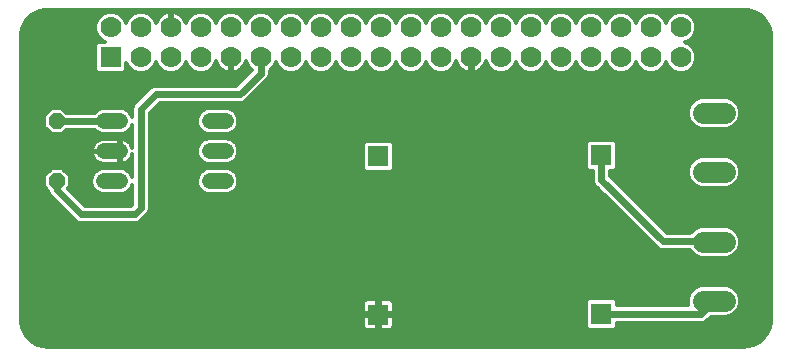
<source format=gbl>
G75*
%MOIN*%
%OFA0B0*%
%FSLAX24Y24*%
%IPPOS*%
%LPD*%
%AMOC8*
5,1,8,0,0,1.08239X$1,22.5*
%
%ADD10R,0.0700X0.0700*%
%ADD11C,0.0700*%
%ADD12C,0.0520*%
%ADD13OC8,0.0520*%
%ADD14C,0.0705*%
%ADD15R,0.0709X0.0709*%
%ADD16C,0.0240*%
%ADD17C,0.0120*%
D10*
X003795Y010433D03*
D11*
X004795Y010433D03*
X005795Y010433D03*
X006795Y010433D03*
X007795Y010433D03*
X008795Y010433D03*
X009795Y010433D03*
X010795Y010433D03*
X011795Y010433D03*
X012795Y010433D03*
X013795Y010433D03*
X014795Y010433D03*
X015795Y010433D03*
X016795Y010433D03*
X017795Y010433D03*
X018795Y010433D03*
X019795Y010433D03*
X020795Y010433D03*
X021795Y010433D03*
X022795Y010433D03*
X022795Y011433D03*
X021795Y011433D03*
X020795Y011433D03*
X019795Y011433D03*
X018795Y011433D03*
X017795Y011433D03*
X016795Y011433D03*
X015795Y011433D03*
X014795Y011433D03*
X013795Y011433D03*
X012795Y011433D03*
X011795Y011433D03*
X010795Y011433D03*
X009795Y011433D03*
X008795Y011433D03*
X007795Y011433D03*
X006795Y011433D03*
X005795Y011433D03*
X004795Y011433D03*
X003795Y011433D03*
D12*
X003580Y008300D02*
X004100Y008300D01*
X004100Y007300D02*
X003580Y007300D01*
X003580Y006300D02*
X004100Y006300D01*
X007100Y006300D02*
X007620Y006300D01*
X007620Y007300D02*
X007100Y007300D01*
X007100Y008300D02*
X007620Y008300D01*
D13*
X002000Y008300D03*
X002000Y006300D03*
D14*
X023548Y006616D02*
X024253Y006616D01*
X024253Y008584D02*
X023548Y008584D01*
X023548Y004284D02*
X024253Y004284D01*
X024253Y002316D02*
X023548Y002316D01*
D15*
X020151Y001875D03*
X012710Y001859D03*
X012718Y007135D03*
X020143Y007166D03*
D16*
X020143Y006357D01*
X022200Y004300D01*
X023884Y004300D01*
X023900Y004284D01*
X023900Y002316D02*
X023459Y001875D01*
X020151Y001875D01*
X012710Y001859D02*
X012698Y005798D01*
X015800Y008900D01*
X015800Y010428D01*
X008795Y010433D02*
X008795Y009895D01*
X008100Y009200D01*
X005300Y009200D01*
X004800Y008700D01*
X004800Y005400D01*
X004600Y005200D01*
X002800Y005200D01*
X002000Y006000D01*
X002000Y006300D01*
X002000Y008300D02*
X004100Y008300D01*
D17*
X001139Y000974D02*
X001340Y000858D01*
X001565Y000798D01*
X001681Y000790D01*
X024909Y000790D01*
X025026Y000798D01*
X025250Y000858D01*
X025452Y000974D01*
X025616Y001139D01*
X025733Y001340D01*
X025793Y001565D01*
X025801Y001681D01*
X025801Y011130D01*
X025793Y011246D01*
X025733Y011471D01*
X025616Y011672D01*
X025452Y011837D01*
X025250Y011953D01*
X025026Y012013D01*
X024909Y012021D01*
X001681Y012021D01*
X001565Y012013D01*
X001340Y011953D01*
X001139Y011837D01*
X000974Y011672D01*
X000858Y011471D01*
X000798Y011246D01*
X000798Y011246D01*
X000790Y011130D01*
X000790Y001681D01*
X000798Y001565D01*
X000858Y001340D01*
X000974Y001139D01*
X001139Y000974D01*
X025452Y000974D01*
X025570Y001093D02*
X001020Y001093D01*
X000932Y001211D02*
X025658Y001211D01*
X025727Y001330D02*
X000864Y001330D01*
X000829Y001448D02*
X012205Y001448D01*
X012207Y001443D02*
X012228Y001406D01*
X012258Y001377D01*
X012294Y001356D01*
X012335Y001345D01*
X012652Y001345D01*
X012652Y001801D01*
X012196Y001801D01*
X012196Y001484D01*
X012207Y001443D01*
X012196Y001567D02*
X000798Y001567D01*
X000790Y001685D02*
X012196Y001685D01*
X012196Y001917D02*
X012652Y001917D01*
X012652Y001801D01*
X012768Y001801D01*
X012768Y001345D01*
X013086Y001345D01*
X013126Y001356D01*
X013163Y001377D01*
X013193Y001406D01*
X013214Y001443D01*
X013225Y001484D01*
X013225Y001801D01*
X012768Y001801D01*
X012768Y001917D01*
X012652Y001917D01*
X012652Y002373D01*
X012335Y002373D01*
X012294Y002362D01*
X012258Y002341D01*
X012228Y002312D01*
X012207Y002275D01*
X012196Y002234D01*
X012196Y001917D01*
X012196Y001922D02*
X000790Y001922D01*
X000790Y001804D02*
X012652Y001804D01*
X012768Y001804D02*
X019627Y001804D01*
X019627Y001922D02*
X013225Y001922D01*
X013225Y001917D02*
X013225Y002234D01*
X013214Y002275D01*
X013193Y002312D01*
X013163Y002341D01*
X013126Y002362D01*
X013086Y002373D01*
X012768Y002373D01*
X012768Y001917D01*
X013225Y001917D01*
X013225Y002041D02*
X019627Y002041D01*
X019627Y002159D02*
X013225Y002159D01*
X013212Y002278D02*
X019627Y002278D01*
X019627Y002300D02*
X019627Y001450D01*
X019726Y001350D01*
X020576Y001350D01*
X020676Y001450D01*
X020676Y001585D01*
X023517Y001585D01*
X023623Y001629D01*
X023788Y001793D01*
X024356Y001793D01*
X024548Y001873D01*
X024695Y002020D01*
X024775Y002212D01*
X024775Y002420D01*
X024695Y002612D01*
X024548Y002759D01*
X024356Y002838D01*
X023444Y002838D01*
X023252Y002759D01*
X023105Y002612D01*
X023025Y002420D01*
X023025Y002212D01*
X023044Y002165D01*
X020676Y002165D01*
X020676Y002300D01*
X020576Y002399D01*
X019726Y002399D01*
X019627Y002300D01*
X019723Y002396D02*
X000790Y002396D01*
X000790Y002278D02*
X012208Y002278D01*
X012196Y002159D02*
X000790Y002159D01*
X000790Y002041D02*
X012196Y002041D01*
X012652Y002041D02*
X012768Y002041D01*
X012768Y002159D02*
X012652Y002159D01*
X012652Y002278D02*
X012768Y002278D01*
X012768Y001922D02*
X012652Y001922D01*
X012652Y001685D02*
X012768Y001685D01*
X012768Y001567D02*
X012652Y001567D01*
X012652Y001448D02*
X012768Y001448D01*
X013215Y001448D02*
X019629Y001448D01*
X019627Y001567D02*
X013225Y001567D01*
X013225Y001685D02*
X019627Y001685D01*
X020676Y001567D02*
X025793Y001567D01*
X025801Y001685D02*
X023679Y001685D01*
X024381Y001804D02*
X025801Y001804D01*
X025801Y001922D02*
X024598Y001922D01*
X024704Y002041D02*
X025801Y002041D01*
X025801Y002159D02*
X024753Y002159D01*
X024775Y002278D02*
X025801Y002278D01*
X025801Y002396D02*
X024775Y002396D01*
X024736Y002515D02*
X025801Y002515D01*
X025801Y002633D02*
X024674Y002633D01*
X024556Y002752D02*
X025801Y002752D01*
X025801Y002870D02*
X000790Y002870D01*
X000790Y002752D02*
X023244Y002752D01*
X023126Y002633D02*
X000790Y002633D01*
X000790Y002515D02*
X023064Y002515D01*
X023025Y002396D02*
X020579Y002396D01*
X020676Y002278D02*
X023025Y002278D01*
X020673Y001448D02*
X025762Y001448D01*
X025242Y000856D02*
X001349Y000856D01*
X000790Y002989D02*
X025801Y002989D01*
X025801Y003107D02*
X000790Y003107D01*
X000790Y003226D02*
X025801Y003226D01*
X025801Y003344D02*
X000790Y003344D01*
X000790Y003463D02*
X025801Y003463D01*
X025801Y003581D02*
X000790Y003581D01*
X000790Y003700D02*
X025801Y003700D01*
X025801Y003818D02*
X024492Y003818D01*
X024548Y003841D02*
X024695Y003988D01*
X024775Y004180D01*
X024775Y004388D01*
X024695Y004580D01*
X024548Y004727D01*
X024356Y004807D01*
X023444Y004807D01*
X023252Y004727D01*
X023114Y004590D01*
X022320Y004590D01*
X020433Y006477D01*
X020433Y006642D01*
X020568Y006642D01*
X020668Y006741D01*
X020668Y007591D01*
X020568Y007690D01*
X019719Y007690D01*
X019619Y007591D01*
X019619Y006741D01*
X019719Y006642D01*
X019853Y006642D01*
X019853Y006299D01*
X019897Y006192D01*
X021954Y004136D01*
X022036Y004054D01*
X022142Y004010D01*
X023096Y004010D01*
X023105Y003988D01*
X023252Y003841D01*
X023444Y003762D01*
X024356Y003762D01*
X024548Y003841D01*
X024644Y003937D02*
X025801Y003937D01*
X025801Y004055D02*
X024723Y004055D01*
X024772Y004174D02*
X025801Y004174D01*
X025801Y004292D02*
X024775Y004292D01*
X024766Y004411D02*
X025801Y004411D01*
X025801Y004529D02*
X024717Y004529D01*
X024628Y004648D02*
X025801Y004648D01*
X025801Y004766D02*
X024455Y004766D01*
X023345Y004766D02*
X022144Y004766D01*
X022026Y004885D02*
X025801Y004885D01*
X025801Y005003D02*
X021907Y005003D01*
X021789Y005122D02*
X025801Y005122D01*
X025801Y005240D02*
X021670Y005240D01*
X021552Y005359D02*
X025801Y005359D01*
X025801Y005477D02*
X021433Y005477D01*
X021315Y005596D02*
X025801Y005596D01*
X025801Y005714D02*
X021196Y005714D01*
X021078Y005833D02*
X025801Y005833D01*
X025801Y005951D02*
X020959Y005951D01*
X020841Y006070D02*
X025801Y006070D01*
X025801Y006188D02*
X024564Y006188D01*
X024548Y006173D02*
X024695Y006320D01*
X024775Y006512D01*
X024775Y006720D01*
X024695Y006912D01*
X024548Y007059D01*
X024356Y007138D01*
X023444Y007138D01*
X023252Y007059D01*
X023105Y006912D01*
X023025Y006720D01*
X023025Y006512D01*
X023105Y006320D01*
X023252Y006173D01*
X023444Y006093D01*
X024356Y006093D01*
X024548Y006173D01*
X024682Y006307D02*
X025801Y006307D01*
X025801Y006425D02*
X024739Y006425D01*
X024775Y006544D02*
X025801Y006544D01*
X025801Y006662D02*
X024775Y006662D01*
X024750Y006781D02*
X025801Y006781D01*
X025801Y006899D02*
X024701Y006899D01*
X024590Y007018D02*
X025801Y007018D01*
X025801Y007136D02*
X024362Y007136D01*
X023438Y007136D02*
X020668Y007136D01*
X020668Y007018D02*
X023210Y007018D01*
X023099Y006899D02*
X020668Y006899D01*
X020668Y006781D02*
X023050Y006781D01*
X023025Y006662D02*
X020588Y006662D01*
X020433Y006544D02*
X023025Y006544D01*
X023061Y006425D02*
X020485Y006425D01*
X020604Y006307D02*
X023118Y006307D01*
X023236Y006188D02*
X020722Y006188D01*
X020139Y005951D02*
X007879Y005951D01*
X007864Y005935D02*
X007985Y006056D01*
X008050Y006214D01*
X008050Y006386D01*
X007985Y006544D01*
X007864Y006665D01*
X007706Y006730D01*
X007014Y006730D01*
X006856Y006665D01*
X006735Y006544D01*
X006670Y006386D01*
X006670Y006214D01*
X006735Y006056D01*
X006856Y005935D01*
X007014Y005870D01*
X007706Y005870D01*
X007864Y005935D01*
X007990Y006070D02*
X020020Y006070D01*
X019902Y006188D02*
X008039Y006188D01*
X008050Y006307D02*
X019853Y006307D01*
X019853Y006425D02*
X008034Y006425D01*
X007985Y006544D02*
X019853Y006544D01*
X019698Y006662D02*
X013195Y006662D01*
X013242Y006710D02*
X013143Y006610D01*
X012293Y006610D01*
X012194Y006710D01*
X012194Y007559D01*
X012293Y007659D01*
X013143Y007659D01*
X013242Y007559D01*
X013242Y006710D01*
X013242Y006781D02*
X019619Y006781D01*
X019619Y006899D02*
X013242Y006899D01*
X013242Y007018D02*
X019619Y007018D01*
X019619Y007136D02*
X013242Y007136D01*
X013242Y007255D02*
X019619Y007255D01*
X019619Y007373D02*
X013242Y007373D01*
X013242Y007492D02*
X019619Y007492D01*
X019638Y007610D02*
X013192Y007610D01*
X012244Y007610D02*
X007918Y007610D01*
X007864Y007665D02*
X007706Y007730D01*
X007014Y007730D01*
X006856Y007665D01*
X006735Y007544D01*
X006670Y007386D01*
X006670Y007214D01*
X006735Y007056D01*
X006856Y006935D01*
X007014Y006870D01*
X007706Y006870D01*
X007864Y006935D01*
X007985Y007056D01*
X008050Y007214D01*
X008050Y007386D01*
X007985Y007544D01*
X007864Y007665D01*
X007709Y007729D02*
X025801Y007729D01*
X025801Y007847D02*
X005090Y007847D01*
X005090Y007729D02*
X007011Y007729D01*
X007014Y007870D02*
X007706Y007870D01*
X007864Y007935D01*
X007985Y008056D01*
X008050Y008214D01*
X008050Y008386D01*
X007985Y008544D01*
X007864Y008665D01*
X007706Y008730D01*
X007014Y008730D01*
X006856Y008665D01*
X006735Y008544D01*
X006670Y008386D01*
X006670Y008214D01*
X006735Y008056D01*
X006856Y007935D01*
X007014Y007870D01*
X006826Y007966D02*
X005090Y007966D01*
X005090Y008084D02*
X006724Y008084D01*
X006675Y008203D02*
X005090Y008203D01*
X005090Y008321D02*
X006670Y008321D01*
X006692Y008440D02*
X005090Y008440D01*
X005090Y008558D02*
X006750Y008558D01*
X006885Y008677D02*
X005187Y008677D01*
X005090Y008580D02*
X005420Y008910D01*
X008158Y008910D01*
X008264Y008954D01*
X008346Y009036D01*
X009041Y009731D01*
X009085Y009838D01*
X009085Y009990D01*
X009090Y009992D01*
X009236Y010139D01*
X009295Y010281D01*
X009354Y010139D01*
X009501Y009992D01*
X009692Y009913D01*
X009899Y009913D01*
X010090Y009992D01*
X010236Y010139D01*
X010295Y010281D01*
X010354Y010139D01*
X010501Y009992D01*
X010692Y009913D01*
X010899Y009913D01*
X011090Y009992D01*
X011236Y010139D01*
X011295Y010281D01*
X011354Y010139D01*
X011501Y009992D01*
X011692Y009913D01*
X011899Y009913D01*
X012090Y009992D01*
X012236Y010139D01*
X012295Y010281D01*
X012354Y010139D01*
X012501Y009992D01*
X012692Y009913D01*
X012899Y009913D01*
X013090Y009992D01*
X013236Y010139D01*
X013295Y010281D01*
X013354Y010139D01*
X013501Y009992D01*
X013692Y009913D01*
X013899Y009913D01*
X014090Y009992D01*
X014236Y010139D01*
X014295Y010281D01*
X014354Y010139D01*
X014501Y009992D01*
X014692Y009913D01*
X014899Y009913D01*
X015090Y009992D01*
X015236Y010139D01*
X015303Y010299D01*
X015323Y010237D01*
X015359Y010166D01*
X015406Y010101D01*
X015463Y010044D01*
X015528Y009997D01*
X015600Y009960D01*
X015676Y009936D01*
X015755Y009923D01*
X015757Y009923D01*
X015757Y010395D01*
X015834Y010395D01*
X015834Y009923D01*
X015835Y009923D01*
X015915Y009936D01*
X015991Y009960D01*
X016063Y009997D01*
X016128Y010044D01*
X016184Y010101D01*
X016231Y010166D01*
X016268Y010237D01*
X016288Y010299D01*
X016354Y010139D01*
X016501Y009992D01*
X016692Y009913D01*
X016899Y009913D01*
X017090Y009992D01*
X017236Y010139D01*
X017295Y010281D01*
X017354Y010139D01*
X017501Y009992D01*
X017692Y009913D01*
X017899Y009913D01*
X018090Y009992D01*
X018236Y010139D01*
X018295Y010281D01*
X018354Y010139D01*
X018501Y009992D01*
X018692Y009913D01*
X018899Y009913D01*
X019090Y009992D01*
X019236Y010139D01*
X019295Y010281D01*
X019354Y010139D01*
X019501Y009992D01*
X019692Y009913D01*
X019899Y009913D01*
X020090Y009992D01*
X020236Y010139D01*
X020295Y010281D01*
X020354Y010139D01*
X020501Y009992D01*
X020692Y009913D01*
X020899Y009913D01*
X021090Y009992D01*
X021236Y010139D01*
X021295Y010281D01*
X021354Y010139D01*
X021501Y009992D01*
X021692Y009913D01*
X021899Y009913D01*
X022090Y009992D01*
X022236Y010139D01*
X022295Y010281D01*
X022354Y010139D01*
X022501Y009992D01*
X022692Y009913D01*
X022899Y009913D01*
X023090Y009992D01*
X023236Y010139D01*
X023315Y010330D01*
X023315Y010537D01*
X023236Y010728D01*
X023090Y010874D01*
X022947Y010933D01*
X023090Y010992D01*
X023236Y011139D01*
X023315Y011330D01*
X023315Y011537D01*
X023236Y011728D01*
X023090Y011874D01*
X022899Y011953D01*
X022692Y011953D01*
X022501Y011874D01*
X022354Y011728D01*
X022295Y011585D01*
X022236Y011728D01*
X022090Y011874D01*
X021899Y011953D01*
X021692Y011953D01*
X021501Y011874D01*
X021354Y011728D01*
X021295Y011585D01*
X021236Y011728D01*
X021090Y011874D01*
X020899Y011953D01*
X020692Y011953D01*
X020501Y011874D01*
X020354Y011728D01*
X020295Y011585D01*
X020236Y011728D01*
X020090Y011874D01*
X019899Y011953D01*
X019692Y011953D01*
X019501Y011874D01*
X019354Y011728D01*
X019295Y011585D01*
X019236Y011728D01*
X019090Y011874D01*
X018899Y011953D01*
X018692Y011953D01*
X018501Y011874D01*
X018354Y011728D01*
X018295Y011585D01*
X018236Y011728D01*
X018090Y011874D01*
X017899Y011953D01*
X017692Y011953D01*
X017501Y011874D01*
X017354Y011728D01*
X017295Y011585D01*
X017236Y011728D01*
X017090Y011874D01*
X016899Y011953D01*
X016692Y011953D01*
X016501Y011874D01*
X016354Y011728D01*
X016295Y011585D01*
X016236Y011728D01*
X016090Y011874D01*
X015899Y011953D01*
X015692Y011953D01*
X015501Y011874D01*
X015354Y011728D01*
X015295Y011585D01*
X015236Y011728D01*
X015090Y011874D01*
X014899Y011953D01*
X014692Y011953D01*
X014501Y011874D01*
X014354Y011728D01*
X014295Y011585D01*
X014236Y011728D01*
X014090Y011874D01*
X013899Y011953D01*
X013692Y011953D01*
X013501Y011874D01*
X013354Y011728D01*
X013295Y011585D01*
X013236Y011728D01*
X013090Y011874D01*
X012899Y011953D01*
X012692Y011953D01*
X012501Y011874D01*
X012354Y011728D01*
X012295Y011585D01*
X012236Y011728D01*
X012090Y011874D01*
X011899Y011953D01*
X011692Y011953D01*
X011501Y011874D01*
X011354Y011728D01*
X011295Y011585D01*
X011236Y011728D01*
X011090Y011874D01*
X010899Y011953D01*
X010692Y011953D01*
X010501Y011874D01*
X010354Y011728D01*
X010295Y011585D01*
X010236Y011728D01*
X010090Y011874D01*
X009899Y011953D01*
X009692Y011953D01*
X009501Y011874D01*
X009354Y011728D01*
X009295Y011585D01*
X009236Y011728D01*
X009090Y011874D01*
X008899Y011953D01*
X008692Y011953D01*
X008501Y011874D01*
X008354Y011728D01*
X008295Y011585D01*
X008236Y011728D01*
X008090Y011874D01*
X007899Y011953D01*
X007692Y011953D01*
X007501Y011874D01*
X007354Y011728D01*
X007295Y011585D01*
X007236Y011728D01*
X007090Y011874D01*
X006899Y011953D01*
X006692Y011953D01*
X006501Y011874D01*
X006354Y011728D01*
X006288Y011567D01*
X006268Y011629D01*
X006231Y011700D01*
X006184Y011765D01*
X006128Y011822D01*
X006063Y011869D01*
X005991Y011906D01*
X005915Y011931D01*
X005835Y011943D01*
X005834Y011943D01*
X005834Y011472D01*
X005757Y011472D01*
X005757Y011943D01*
X005755Y011943D01*
X005676Y011931D01*
X005600Y011906D01*
X005528Y011869D01*
X005463Y011822D01*
X005406Y011765D01*
X005359Y011700D01*
X005323Y011629D01*
X005303Y011567D01*
X005236Y011728D01*
X005090Y011874D01*
X004899Y011953D01*
X004692Y011953D01*
X004501Y011874D01*
X004354Y011728D01*
X004295Y011585D01*
X004236Y011728D01*
X004090Y011874D01*
X003899Y011953D01*
X003692Y011953D01*
X003501Y011874D01*
X003354Y011728D01*
X003275Y011537D01*
X003275Y011330D01*
X003354Y011139D01*
X003501Y010992D01*
X003595Y010953D01*
X003375Y010953D01*
X003275Y010853D01*
X003275Y010013D01*
X003375Y009913D01*
X004216Y009913D01*
X004315Y010013D01*
X004315Y010233D01*
X004354Y010139D01*
X004501Y009992D01*
X004692Y009913D01*
X004899Y009913D01*
X005090Y009992D01*
X005236Y010139D01*
X005295Y010281D01*
X005354Y010139D01*
X005501Y009992D01*
X005692Y009913D01*
X005899Y009913D01*
X006090Y009992D01*
X006236Y010139D01*
X006295Y010281D01*
X006354Y010139D01*
X006501Y009992D01*
X006692Y009913D01*
X006899Y009913D01*
X007090Y009992D01*
X007236Y010139D01*
X007303Y010299D01*
X007323Y010237D01*
X007359Y010166D01*
X007406Y010101D01*
X007463Y010044D01*
X007528Y009997D01*
X007600Y009960D01*
X007676Y009936D01*
X007755Y009923D01*
X007757Y009923D01*
X007757Y010395D01*
X007834Y010395D01*
X007834Y009923D01*
X007835Y009923D01*
X007915Y009936D01*
X007991Y009960D01*
X008063Y009997D01*
X008128Y010044D01*
X008184Y010101D01*
X008231Y010166D01*
X008268Y010237D01*
X008288Y010299D01*
X008354Y010139D01*
X008491Y010002D01*
X007980Y009490D01*
X005242Y009490D01*
X005136Y009446D01*
X004636Y008946D01*
X004554Y008864D01*
X004510Y008758D01*
X004510Y008434D01*
X004465Y008544D01*
X004344Y008665D01*
X004186Y008730D01*
X003494Y008730D01*
X003336Y008665D01*
X003262Y008590D01*
X002318Y008590D01*
X002178Y008730D01*
X001822Y008730D01*
X001570Y008478D01*
X001570Y008122D01*
X001822Y007870D01*
X002178Y007870D01*
X002318Y008010D01*
X003262Y008010D01*
X003336Y007935D01*
X003494Y007870D01*
X004186Y007870D01*
X004344Y007935D01*
X004465Y008056D01*
X004510Y008166D01*
X004510Y007396D01*
X004510Y007398D01*
X004489Y007461D01*
X004459Y007520D01*
X004420Y007574D01*
X004374Y007620D01*
X004320Y007659D01*
X004261Y007689D01*
X004198Y007710D01*
X004133Y007720D01*
X004120Y007720D01*
X004120Y007320D01*
X004080Y007320D01*
X004080Y007720D01*
X003547Y007720D01*
X003482Y007710D01*
X003419Y007689D01*
X003360Y007659D01*
X003306Y007620D01*
X003260Y007574D01*
X003221Y007520D01*
X003191Y007461D01*
X003170Y007398D01*
X003160Y007333D01*
X003160Y007320D01*
X004080Y007320D01*
X004080Y007280D01*
X004120Y007280D01*
X004120Y006880D01*
X004133Y006880D01*
X004198Y006890D01*
X004261Y006911D01*
X004320Y006941D01*
X004374Y006980D01*
X004420Y007026D01*
X004459Y007080D01*
X004489Y007139D01*
X004510Y007202D01*
X004510Y007204D01*
X004510Y006434D01*
X004465Y006544D01*
X004344Y006665D01*
X004186Y006730D01*
X003494Y006730D01*
X003336Y006665D01*
X003215Y006544D01*
X003150Y006386D01*
X003150Y006214D01*
X003215Y006056D01*
X003336Y005935D01*
X003494Y005870D01*
X004186Y005870D01*
X004344Y005935D01*
X004465Y006056D01*
X004510Y006166D01*
X004510Y005520D01*
X004480Y005490D01*
X002920Y005490D01*
X002359Y006051D01*
X002430Y006122D01*
X002430Y006478D01*
X002178Y006730D01*
X001822Y006730D01*
X001570Y006478D01*
X001570Y006122D01*
X001710Y005982D01*
X001710Y005942D01*
X001754Y005836D01*
X002554Y005036D01*
X002554Y005036D01*
X002636Y004954D01*
X002742Y004910D01*
X004658Y004910D01*
X004764Y004954D01*
X004846Y005036D01*
X005046Y005236D01*
X005090Y005342D01*
X005090Y008580D01*
X005305Y008795D02*
X023069Y008795D01*
X023105Y008880D02*
X023025Y008688D01*
X023025Y008480D01*
X023105Y008288D01*
X023252Y008141D01*
X023444Y008062D01*
X024356Y008062D01*
X024548Y008141D01*
X024695Y008288D01*
X024775Y008480D01*
X024775Y008688D01*
X024695Y008880D01*
X024548Y009027D01*
X024356Y009107D01*
X023444Y009107D01*
X023252Y009027D01*
X023105Y008880D01*
X023138Y008914D02*
X008166Y008914D01*
X008342Y009032D02*
X023263Y009032D01*
X023025Y008677D02*
X007835Y008677D01*
X007970Y008558D02*
X023025Y008558D01*
X023042Y008440D02*
X008028Y008440D01*
X008050Y008321D02*
X023091Y008321D01*
X023190Y008203D02*
X008045Y008203D01*
X007996Y008084D02*
X023390Y008084D01*
X024410Y008084D02*
X025801Y008084D01*
X025801Y007966D02*
X007894Y007966D01*
X008006Y007492D02*
X012194Y007492D01*
X012194Y007373D02*
X008050Y007373D01*
X008050Y007255D02*
X012194Y007255D01*
X012194Y007136D02*
X008018Y007136D01*
X007946Y007018D02*
X012194Y007018D01*
X012194Y006899D02*
X007776Y006899D01*
X007866Y006662D02*
X012242Y006662D01*
X012194Y006781D02*
X005090Y006781D01*
X005090Y006899D02*
X006944Y006899D01*
X006774Y007018D02*
X005090Y007018D01*
X005090Y007136D02*
X006702Y007136D01*
X006670Y007255D02*
X005090Y007255D01*
X005090Y007373D02*
X006670Y007373D01*
X006714Y007492D02*
X005090Y007492D01*
X005090Y007610D02*
X006802Y007610D01*
X006854Y006662D02*
X005090Y006662D01*
X005090Y006544D02*
X006735Y006544D01*
X006686Y006425D02*
X005090Y006425D01*
X005090Y006307D02*
X006670Y006307D01*
X006681Y006188D02*
X005090Y006188D01*
X005090Y006070D02*
X006730Y006070D01*
X006841Y005951D02*
X005090Y005951D01*
X005090Y005833D02*
X020257Y005833D01*
X020376Y005714D02*
X005090Y005714D01*
X005090Y005596D02*
X020494Y005596D01*
X020613Y005477D02*
X005090Y005477D01*
X005090Y005359D02*
X020731Y005359D01*
X020850Y005240D02*
X005048Y005240D01*
X004932Y005122D02*
X020968Y005122D01*
X021087Y005003D02*
X004813Y005003D01*
X004510Y005596D02*
X002815Y005596D01*
X002696Y005714D02*
X004510Y005714D01*
X004510Y005833D02*
X002578Y005833D01*
X002459Y005951D02*
X003321Y005951D01*
X003210Y006070D02*
X002378Y006070D01*
X002430Y006188D02*
X003161Y006188D01*
X003150Y006307D02*
X002430Y006307D01*
X002430Y006425D02*
X003166Y006425D01*
X003215Y006544D02*
X002365Y006544D01*
X002246Y006662D02*
X003334Y006662D01*
X003419Y006911D02*
X003360Y006941D01*
X003306Y006980D01*
X003260Y007026D01*
X003221Y007080D01*
X003191Y007139D01*
X003170Y007202D01*
X003160Y007267D01*
X003160Y007280D01*
X004080Y007280D01*
X004080Y006880D01*
X003547Y006880D01*
X003482Y006890D01*
X003419Y006911D01*
X003455Y006899D02*
X000790Y006899D01*
X000790Y006781D02*
X004510Y006781D01*
X004510Y006899D02*
X004225Y006899D01*
X004120Y006899D02*
X004080Y006899D01*
X004080Y007018D02*
X004120Y007018D01*
X004120Y007136D02*
X004080Y007136D01*
X004080Y007255D02*
X004120Y007255D01*
X004120Y007373D02*
X004080Y007373D01*
X004080Y007492D02*
X004120Y007492D01*
X004120Y007610D02*
X004080Y007610D01*
X004384Y007610D02*
X004510Y007610D01*
X004510Y007492D02*
X004474Y007492D01*
X004510Y007729D02*
X000790Y007729D01*
X000790Y007847D02*
X004510Y007847D01*
X004510Y007966D02*
X004374Y007966D01*
X004476Y008084D02*
X004510Y008084D01*
X004508Y008440D02*
X004510Y008440D01*
X004510Y008558D02*
X004450Y008558D01*
X004510Y008677D02*
X004315Y008677D01*
X004525Y008795D02*
X000790Y008795D01*
X000790Y008677D02*
X001768Y008677D01*
X001650Y008558D02*
X000790Y008558D01*
X000790Y008440D02*
X001570Y008440D01*
X001570Y008321D02*
X000790Y008321D01*
X000790Y008203D02*
X001570Y008203D01*
X001608Y008084D02*
X000790Y008084D01*
X000790Y007966D02*
X001726Y007966D01*
X002274Y007966D02*
X003306Y007966D01*
X003296Y007610D02*
X000790Y007610D01*
X000790Y007492D02*
X003206Y007492D01*
X003166Y007373D02*
X000790Y007373D01*
X000790Y007255D02*
X003162Y007255D01*
X003192Y007136D02*
X000790Y007136D01*
X000790Y007018D02*
X003269Y007018D01*
X004346Y006662D02*
X004510Y006662D01*
X004510Y006544D02*
X004465Y006544D01*
X004470Y006070D02*
X004510Y006070D01*
X004510Y005951D02*
X004359Y005951D01*
X002587Y005003D02*
X000790Y005003D01*
X000790Y004885D02*
X021205Y004885D01*
X021324Y004766D02*
X000790Y004766D01*
X000790Y004648D02*
X021442Y004648D01*
X021561Y004529D02*
X000790Y004529D01*
X000790Y004411D02*
X021679Y004411D01*
X021798Y004292D02*
X000790Y004292D01*
X000790Y004174D02*
X021916Y004174D01*
X022035Y004055D02*
X000790Y004055D01*
X000790Y003937D02*
X023156Y003937D01*
X023308Y003818D02*
X000790Y003818D01*
X000790Y005122D02*
X002468Y005122D01*
X002350Y005240D02*
X000790Y005240D01*
X000790Y005359D02*
X002231Y005359D01*
X002113Y005477D02*
X000790Y005477D01*
X000790Y005596D02*
X001994Y005596D01*
X001876Y005714D02*
X000790Y005714D01*
X000790Y005833D02*
X001757Y005833D01*
X001710Y005951D02*
X000790Y005951D01*
X000790Y006070D02*
X001622Y006070D01*
X001570Y006188D02*
X000790Y006188D01*
X000790Y006307D02*
X001570Y006307D01*
X001570Y006425D02*
X000790Y006425D01*
X000790Y006544D02*
X001635Y006544D01*
X001754Y006662D02*
X000790Y006662D01*
X004411Y007018D02*
X004510Y007018D01*
X004510Y007136D02*
X004488Y007136D01*
X003365Y008677D02*
X002232Y008677D01*
X000790Y008914D02*
X004603Y008914D01*
X004722Y009032D02*
X000790Y009032D01*
X000790Y009151D02*
X004840Y009151D01*
X004959Y009269D02*
X000790Y009269D01*
X000790Y009388D02*
X005077Y009388D01*
X005060Y009980D02*
X005530Y009980D01*
X005394Y010099D02*
X005196Y010099D01*
X005269Y010217D02*
X005322Y010217D01*
X006060Y009980D02*
X006530Y009980D01*
X006394Y010099D02*
X006196Y010099D01*
X006269Y010217D02*
X006322Y010217D01*
X007060Y009980D02*
X007561Y009980D01*
X007409Y010099D02*
X007196Y010099D01*
X007269Y010217D02*
X007333Y010217D01*
X007757Y010217D02*
X007834Y010217D01*
X007834Y010099D02*
X007757Y010099D01*
X007757Y009980D02*
X007834Y009980D01*
X008029Y009980D02*
X008470Y009980D01*
X008394Y010099D02*
X008182Y010099D01*
X008258Y010217D02*
X008322Y010217D01*
X008351Y009862D02*
X000790Y009862D01*
X000790Y009980D02*
X003308Y009980D01*
X003275Y010099D02*
X000790Y010099D01*
X000790Y010217D02*
X003275Y010217D01*
X003275Y010336D02*
X000790Y010336D01*
X000790Y010454D02*
X003275Y010454D01*
X003275Y010573D02*
X000790Y010573D01*
X000790Y010691D02*
X003275Y010691D01*
X003275Y010810D02*
X000790Y010810D01*
X000790Y010928D02*
X003350Y010928D01*
X003446Y011047D02*
X000790Y011047D01*
X000792Y011165D02*
X003343Y011165D01*
X003294Y011284D02*
X000808Y011284D01*
X000839Y011402D02*
X003275Y011402D01*
X003275Y011521D02*
X000886Y011521D01*
X000955Y011639D02*
X003318Y011639D01*
X003384Y011758D02*
X001059Y011758D01*
X001206Y011876D02*
X003506Y011876D01*
X004085Y011876D02*
X004506Y011876D01*
X004384Y011758D02*
X004206Y011758D01*
X004273Y011639D02*
X004318Y011639D01*
X005085Y011876D02*
X005541Y011876D01*
X005401Y011758D02*
X005206Y011758D01*
X005273Y011639D02*
X005328Y011639D01*
X005757Y011639D02*
X005834Y011639D01*
X005834Y011521D02*
X005757Y011521D01*
X005757Y011758D02*
X005834Y011758D01*
X005834Y011876D02*
X005757Y011876D01*
X006049Y011876D02*
X006506Y011876D01*
X006384Y011758D02*
X006190Y011758D01*
X006263Y011639D02*
X006318Y011639D01*
X007085Y011876D02*
X007506Y011876D01*
X007384Y011758D02*
X007206Y011758D01*
X007273Y011639D02*
X007318Y011639D01*
X008085Y011876D02*
X008506Y011876D01*
X008384Y011758D02*
X008206Y011758D01*
X008273Y011639D02*
X008318Y011639D01*
X009085Y011876D02*
X009506Y011876D01*
X009384Y011758D02*
X009206Y011758D01*
X009273Y011639D02*
X009318Y011639D01*
X010085Y011876D02*
X010506Y011876D01*
X010384Y011758D02*
X010206Y011758D01*
X010273Y011639D02*
X010318Y011639D01*
X011085Y011876D02*
X011506Y011876D01*
X011384Y011758D02*
X011206Y011758D01*
X011273Y011639D02*
X011318Y011639D01*
X012085Y011876D02*
X012506Y011876D01*
X012384Y011758D02*
X012206Y011758D01*
X012273Y011639D02*
X012318Y011639D01*
X013085Y011876D02*
X013506Y011876D01*
X013384Y011758D02*
X013206Y011758D01*
X013273Y011639D02*
X013318Y011639D01*
X014085Y011876D02*
X014506Y011876D01*
X014384Y011758D02*
X014206Y011758D01*
X014273Y011639D02*
X014318Y011639D01*
X015085Y011876D02*
X015506Y011876D01*
X015384Y011758D02*
X015206Y011758D01*
X015273Y011639D02*
X015318Y011639D01*
X016085Y011876D02*
X016506Y011876D01*
X016384Y011758D02*
X016206Y011758D01*
X016273Y011639D02*
X016318Y011639D01*
X017085Y011876D02*
X017506Y011876D01*
X017384Y011758D02*
X017206Y011758D01*
X017273Y011639D02*
X017318Y011639D01*
X018085Y011876D02*
X018506Y011876D01*
X018384Y011758D02*
X018206Y011758D01*
X018273Y011639D02*
X018318Y011639D01*
X019085Y011876D02*
X019506Y011876D01*
X019384Y011758D02*
X019206Y011758D01*
X019273Y011639D02*
X019318Y011639D01*
X020085Y011876D02*
X020506Y011876D01*
X020384Y011758D02*
X020206Y011758D01*
X020273Y011639D02*
X020318Y011639D01*
X021085Y011876D02*
X021506Y011876D01*
X021384Y011758D02*
X021206Y011758D01*
X021273Y011639D02*
X021318Y011639D01*
X022085Y011876D02*
X022506Y011876D01*
X022384Y011758D02*
X022206Y011758D01*
X022273Y011639D02*
X022318Y011639D01*
X023085Y011876D02*
X025384Y011876D01*
X025531Y011758D02*
X023206Y011758D01*
X023273Y011639D02*
X025636Y011639D01*
X025704Y011521D02*
X023315Y011521D01*
X023315Y011402D02*
X025751Y011402D01*
X025783Y011284D02*
X023296Y011284D01*
X023247Y011165D02*
X025798Y011165D01*
X025801Y011047D02*
X023144Y011047D01*
X022959Y010928D02*
X025801Y010928D01*
X025801Y010810D02*
X023154Y010810D01*
X023251Y010691D02*
X025801Y010691D01*
X025801Y010573D02*
X023300Y010573D01*
X023315Y010454D02*
X025801Y010454D01*
X025801Y010336D02*
X023315Y010336D01*
X023269Y010217D02*
X025801Y010217D01*
X025801Y010099D02*
X023196Y010099D01*
X023060Y009980D02*
X025801Y009980D01*
X025801Y009862D02*
X009085Y009862D01*
X009085Y009980D02*
X009530Y009980D01*
X009394Y010099D02*
X009196Y010099D01*
X009269Y010217D02*
X009322Y010217D01*
X009046Y009743D02*
X025801Y009743D01*
X025801Y009625D02*
X008935Y009625D01*
X008816Y009506D02*
X025801Y009506D01*
X025801Y009388D02*
X008698Y009388D01*
X008579Y009269D02*
X025801Y009269D01*
X025801Y009151D02*
X008461Y009151D01*
X007996Y009506D02*
X000790Y009506D01*
X000790Y009625D02*
X008114Y009625D01*
X008233Y009743D02*
X000790Y009743D01*
X004283Y009980D02*
X004530Y009980D01*
X004394Y010099D02*
X004315Y010099D01*
X004315Y010217D02*
X004322Y010217D01*
X007757Y010336D02*
X007834Y010336D01*
X010060Y009980D02*
X010530Y009980D01*
X010394Y010099D02*
X010196Y010099D01*
X010269Y010217D02*
X010322Y010217D01*
X011060Y009980D02*
X011530Y009980D01*
X011394Y010099D02*
X011196Y010099D01*
X011269Y010217D02*
X011322Y010217D01*
X012060Y009980D02*
X012530Y009980D01*
X012394Y010099D02*
X012196Y010099D01*
X012269Y010217D02*
X012322Y010217D01*
X013060Y009980D02*
X013530Y009980D01*
X013394Y010099D02*
X013196Y010099D01*
X013269Y010217D02*
X013322Y010217D01*
X014060Y009980D02*
X014530Y009980D01*
X014394Y010099D02*
X014196Y010099D01*
X014269Y010217D02*
X014322Y010217D01*
X015060Y009980D02*
X015561Y009980D01*
X015409Y010099D02*
X015196Y010099D01*
X015269Y010217D02*
X015333Y010217D01*
X015757Y010217D02*
X015834Y010217D01*
X015834Y010099D02*
X015757Y010099D01*
X015757Y009980D02*
X015834Y009980D01*
X016029Y009980D02*
X016530Y009980D01*
X016394Y010099D02*
X016182Y010099D01*
X016258Y010217D02*
X016322Y010217D01*
X015834Y010336D02*
X015757Y010336D01*
X017060Y009980D02*
X017530Y009980D01*
X017394Y010099D02*
X017196Y010099D01*
X017269Y010217D02*
X017322Y010217D01*
X018060Y009980D02*
X018530Y009980D01*
X018394Y010099D02*
X018196Y010099D01*
X018269Y010217D02*
X018322Y010217D01*
X019060Y009980D02*
X019530Y009980D01*
X019394Y010099D02*
X019196Y010099D01*
X019269Y010217D02*
X019322Y010217D01*
X020060Y009980D02*
X020530Y009980D01*
X020394Y010099D02*
X020196Y010099D01*
X020269Y010217D02*
X020322Y010217D01*
X021060Y009980D02*
X021530Y009980D01*
X021394Y010099D02*
X021196Y010099D01*
X021269Y010217D02*
X021322Y010217D01*
X022060Y009980D02*
X022530Y009980D01*
X022394Y010099D02*
X022196Y010099D01*
X022269Y010217D02*
X022322Y010217D01*
X024537Y009032D02*
X025801Y009032D01*
X025801Y008914D02*
X024662Y008914D01*
X024731Y008795D02*
X025801Y008795D01*
X025801Y008677D02*
X024775Y008677D01*
X024775Y008558D02*
X025801Y008558D01*
X025801Y008440D02*
X024758Y008440D01*
X024709Y008321D02*
X025801Y008321D01*
X025801Y008203D02*
X024610Y008203D01*
X025801Y007610D02*
X020649Y007610D01*
X020668Y007492D02*
X025801Y007492D01*
X025801Y007373D02*
X020668Y007373D01*
X020668Y007255D02*
X025801Y007255D01*
X023172Y004648D02*
X022263Y004648D01*
X025096Y011995D02*
X001494Y011995D01*
M02*

</source>
